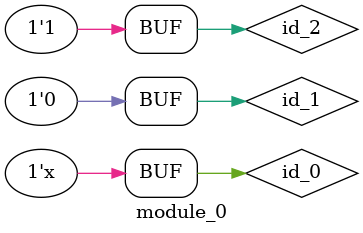
<source format=v>
module module_0;
  reg id_0;
  supply1 id_2;
  assign id_1 = 'h0;
  always id_0 <= id_0;
  always id_2[1'b0] = 1;
endmodule

</source>
